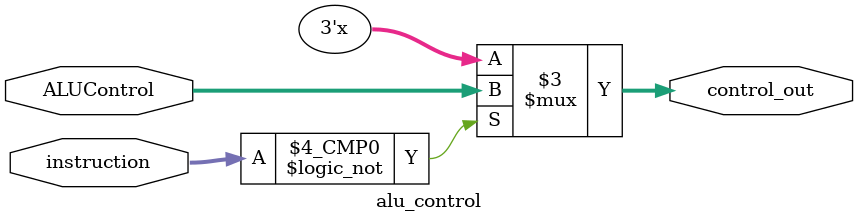
<source format=sv>

module alu_control (
  input logic [1:0] instruction,
  input logic [2:0] ALUControl,
  output logic [2:0] control_out
);
  always_comb
    begin
      case (instruction)
        2'b00: control_out = ALUControl;	//Default
        //2'b01: control_out = 3'b001;	//ADD
        //2'b10: control_out = 3'b001;	//SUB
        //2'b11: control_out = 3'b001;	//AND
      endcase
    end
    
  /*
  always_comb
    begin
      case ({instruction, ALUControl})
        5'b00_001: control_out = 3'b001; //ADD instruction depends on instruction(func input) and ALUControl Signal
        5'b01_010: control_out = 3'b010;
      endcase
    end
    */
         
  //assign control_out = ALUControl;
  
endmodule
  

</source>
